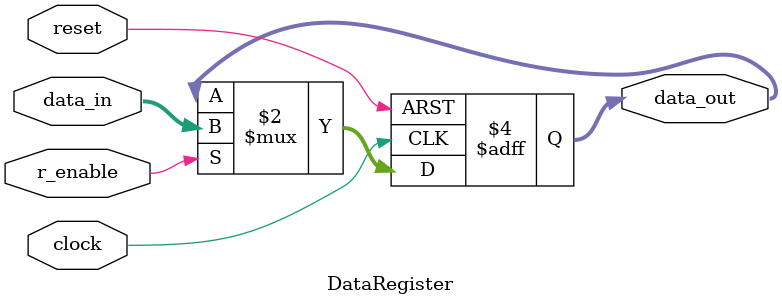
<source format=v>
module DataRegister (
    input             clock,
    input             r_enable,
    input      [31:0] data_in,
    input             reset, // Add reset signal
    output reg [31:0] data_out
);
    

    always @(posedge clock or posedge reset) begin
        if (reset) begin
            data_out <= 32'b0; // Reset the output to 0
        end else if (r_enable) begin
            data_out <= data_in; // Load data on enable
        end
    end

endmodule

</source>
